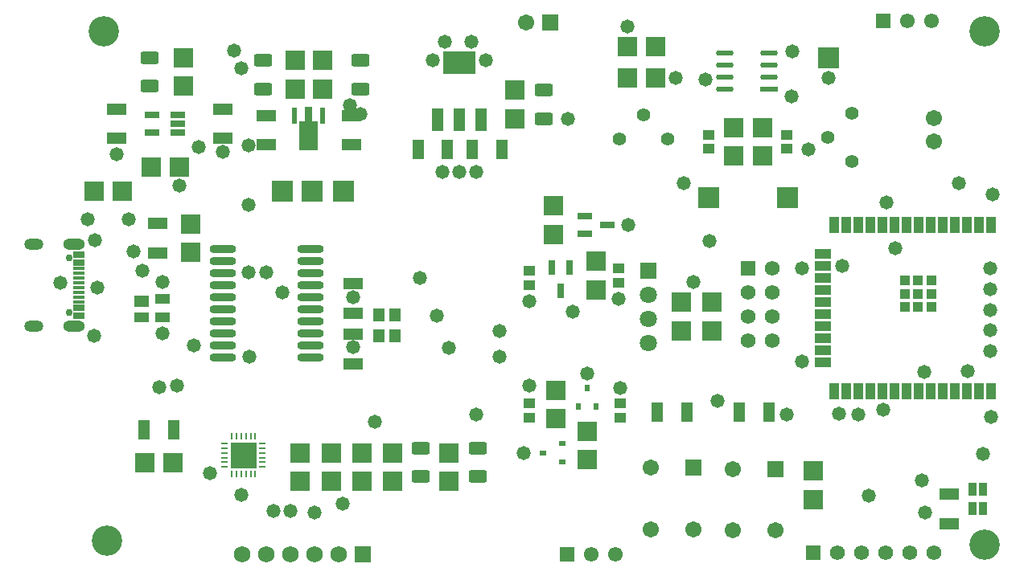
<source format=gts>
G04*
G04 #@! TF.GenerationSoftware,Altium Limited,Altium Designer,23.2.1 (34)*
G04*
G04 Layer_Color=8388736*
%FSLAX44Y44*%
%MOMM*%
G71*
G04*
G04 #@! TF.SameCoordinates,75154B13-1296-4508-9C84-23632F313CF3*
G04*
G04*
G04 #@! TF.FilePolarity,Negative*
G04*
G01*
G75*
%ADD35R,0.7000X0.2500*%
%ADD36R,0.2500X0.7000*%
G04:AMPARAMS|DCode=38|XSize=1.8741mm|YSize=0.5434mm|CornerRadius=0.2717mm|HoleSize=0mm|Usage=FLASHONLY|Rotation=180.000|XOffset=0mm|YOffset=0mm|HoleType=Round|Shape=RoundedRectangle|*
%AMROUNDEDRECTD38*
21,1,1.8741,0.0000,0,0,180.0*
21,1,1.3307,0.5434,0,0,180.0*
1,1,0.5434,-0.6653,0.0000*
1,1,0.5434,0.6653,0.0000*
1,1,0.5434,0.6653,0.0000*
1,1,0.5434,-0.6653,0.0000*
%
%ADD38ROUNDEDRECTD38*%
%ADD39R,1.8741X0.5434*%
%ADD41R,0.8000X0.6000*%
%ADD43R,1.2000X1.4000*%
%ADD44R,0.6000X0.8000*%
%ADD49C,1.7397*%
%ADD50R,0.5800X1.7300*%
%ADD51R,2.0432X2.0032*%
%ADD52R,2.0032X1.2032*%
%ADD53R,0.9032X1.4032*%
%ADD54R,1.2500X0.7000*%
%ADD55R,1.2500X0.4000*%
%ADD56R,1.1032X1.1032*%
%ADD57R,1.1032X1.7032*%
%ADD58R,1.7032X1.1032*%
%ADD59R,1.5240X0.7620*%
%ADD60R,2.0032X2.0432*%
%ADD61R,3.5032X2.4032*%
%ADD62R,1.2032X2.4032*%
G04:AMPARAMS|DCode=63|XSize=1.3032mm|YSize=1.9332mm|CornerRadius=0.2116mm|HoleSize=0mm|Usage=FLASHONLY|Rotation=270.000|XOffset=0mm|YOffset=0mm|HoleType=Round|Shape=RoundedRectangle|*
%AMROUNDEDRECTD63*
21,1,1.3032,1.5100,0,0,270.0*
21,1,0.8800,1.9332,0,0,270.0*
1,1,0.4232,-0.7550,-0.4400*
1,1,0.4232,-0.7550,0.4400*
1,1,0.4232,0.7550,0.4400*
1,1,0.4232,0.7550,-0.4400*
%
%ADD63ROUNDEDRECTD63*%
%ADD64R,1.2032X2.0032*%
%ADD65R,2.7500X2.7500*%
%ADD66R,1.2032X1.0032*%
%ADD67R,2.2032X2.2032*%
%ADD68O,2.8032X0.9032*%
%ADD69R,1.5532X0.8032*%
%ADD70R,0.8032X1.5532*%
%ADD71R,1.6032X1.3032*%
%ADD72R,1.6032X1.1032*%
%ADD73C,1.8032*%
%ADD74R,1.8032X1.8032*%
%ADD75O,2.0032X1.2032*%
%ADD76C,0.7500*%
%ADD77O,2.3032X1.2032*%
%ADD78R,1.7032X1.7032*%
%ADD79C,1.7032*%
%ADD80C,1.7112*%
%ADD81R,1.7112X1.7112*%
%ADD82C,3.2032*%
%ADD83R,1.5700X1.5700*%
%ADD84C,1.5700*%
%ADD85R,1.5500X1.5500*%
%ADD86C,1.5500*%
%ADD87R,1.7532X1.7532*%
%ADD88C,1.7532*%
%ADD89R,1.5700X1.5700*%
%ADD90C,1.4132*%
%ADD91C,1.4732*%
G36*
X889000Y871220D02*
X894865D01*
Y840920D01*
X875535D01*
Y871220D01*
X881400D01*
Y886220D01*
X889000D01*
Y871220D01*
D02*
G37*
D35*
X796860Y506930D02*
D03*
Y511930D02*
D03*
Y516930D02*
D03*
Y521930D02*
D03*
Y526930D02*
D03*
Y531930D02*
D03*
X836360D02*
D03*
Y526930D02*
D03*
Y521930D02*
D03*
Y516930D02*
D03*
Y511930D02*
D03*
Y506930D02*
D03*
D36*
X804110Y539180D02*
D03*
X809110D02*
D03*
X814110D02*
D03*
X819110D02*
D03*
X824110D02*
D03*
X829110D02*
D03*
Y499680D02*
D03*
X824110D02*
D03*
X819110D02*
D03*
X814110D02*
D03*
X809110D02*
D03*
X804110D02*
D03*
D38*
X1323039Y905510D02*
D03*
Y918210D02*
D03*
Y930910D02*
D03*
Y943610D02*
D03*
X1369361D02*
D03*
Y930910D02*
D03*
Y918210D02*
D03*
D39*
Y905510D02*
D03*
D41*
X1131630Y521970D02*
D03*
X1151830Y531470D02*
D03*
Y512470D02*
D03*
D43*
X959240Y645590D02*
D03*
Y667590D02*
D03*
X976240D02*
D03*
Y645590D02*
D03*
D44*
X1178560Y590490D02*
D03*
X1188060Y570290D02*
D03*
X1169060D02*
D03*
D49*
X885200Y859760D02*
D03*
D50*
X870200Y877570D02*
D03*
X900200D02*
D03*
D51*
X1277620Y680598D02*
D03*
Y650598D02*
D03*
X1310007Y650480D02*
D03*
Y680480D02*
D03*
X941349Y521730D02*
D03*
Y491730D02*
D03*
X1032407Y521730D02*
D03*
Y491730D02*
D03*
X973785Y521730D02*
D03*
Y491730D02*
D03*
X909320Y521730D02*
D03*
Y491730D02*
D03*
X876300Y521730D02*
D03*
Y491730D02*
D03*
X1332230Y834630D02*
D03*
Y864630D02*
D03*
X1362710D02*
D03*
Y834630D02*
D03*
X760730Y733030D02*
D03*
Y763030D02*
D03*
X1145540Y557770D02*
D03*
Y587770D02*
D03*
X1178560Y544590D02*
D03*
Y514590D02*
D03*
X1143000Y782080D02*
D03*
Y752080D02*
D03*
X1187450Y693660D02*
D03*
Y723660D02*
D03*
X900200Y905490D02*
D03*
Y935490D02*
D03*
X870990Y905490D02*
D03*
Y935490D02*
D03*
X1102068Y873940D02*
D03*
Y903940D02*
D03*
X753110Y938290D02*
D03*
Y908290D02*
D03*
X1416050Y502680D02*
D03*
Y472680D02*
D03*
D52*
X1559560Y478210D02*
D03*
Y447210D02*
D03*
X930680Y877570D02*
D03*
Y846570D02*
D03*
X726440Y763530D02*
D03*
Y732530D02*
D03*
X932180Y669111D02*
D03*
Y700111D02*
D03*
Y615690D02*
D03*
Y646690D02*
D03*
X795020Y884180D02*
D03*
Y853180D02*
D03*
X683260Y884180D02*
D03*
Y853180D02*
D03*
X840510Y877570D02*
D03*
Y846570D02*
D03*
D53*
X1595120Y463550D02*
D03*
X1583690D02*
D03*
X1595120Y483870D02*
D03*
X1583690D02*
D03*
D54*
X643535Y666500D02*
D03*
Y674500D02*
D03*
Y730500D02*
D03*
Y722500D02*
D03*
D55*
Y681000D02*
D03*
Y686000D02*
D03*
Y716000D02*
D03*
Y711000D02*
D03*
Y706000D02*
D03*
Y691000D02*
D03*
Y696000D02*
D03*
Y701000D02*
D03*
D56*
X1512570Y675640D02*
D03*
Y689640D02*
D03*
Y703640D02*
D03*
X1526570Y675640D02*
D03*
Y689640D02*
D03*
Y703640D02*
D03*
X1540570Y675640D02*
D03*
Y689640D02*
D03*
Y703640D02*
D03*
D57*
X1603770Y587140D02*
D03*
X1591070D02*
D03*
X1578370D02*
D03*
X1565670D02*
D03*
X1552970D02*
D03*
X1540270D02*
D03*
X1527570D02*
D03*
X1514870D02*
D03*
X1502170D02*
D03*
X1489470D02*
D03*
X1476770D02*
D03*
X1464070D02*
D03*
X1451370D02*
D03*
X1438670D02*
D03*
Y762140D02*
D03*
X1451370D02*
D03*
X1464070D02*
D03*
X1476770D02*
D03*
X1489470D02*
D03*
X1502170D02*
D03*
X1514870D02*
D03*
X1527570D02*
D03*
X1540270D02*
D03*
X1552970D02*
D03*
X1565670D02*
D03*
X1578370D02*
D03*
X1591070D02*
D03*
X1603770D02*
D03*
D58*
X1426170Y617490D02*
D03*
Y630190D02*
D03*
Y642890D02*
D03*
Y655590D02*
D03*
Y668290D02*
D03*
Y680990D02*
D03*
Y693690D02*
D03*
Y706390D02*
D03*
Y719090D02*
D03*
Y731790D02*
D03*
D59*
X747776Y859282D02*
D03*
Y868680D02*
D03*
Y878078D02*
D03*
X720344D02*
D03*
Y859282D02*
D03*
D60*
X689370Y797560D02*
D03*
X659370D02*
D03*
X742710Y511810D02*
D03*
X712710D02*
D03*
X1220710Y916676D02*
D03*
X1250710D02*
D03*
Y949960D02*
D03*
X1220710D02*
D03*
X719060Y822960D02*
D03*
X749060D02*
D03*
D61*
X1043648Y932910D02*
D03*
D62*
X1066648Y872910D02*
D03*
X1043648D02*
D03*
X1020648D02*
D03*
D63*
X1062990Y526970D02*
D03*
Y496770D02*
D03*
X1003300Y526970D02*
D03*
Y496770D02*
D03*
X836742Y905283D02*
D03*
Y935483D02*
D03*
X939800Y905490D02*
D03*
Y935690D02*
D03*
X1132548Y873940D02*
D03*
Y904140D02*
D03*
X717550Y938390D02*
D03*
Y908190D02*
D03*
D64*
X712210Y546100D02*
D03*
X743210D02*
D03*
X1282960Y565150D02*
D03*
X1251960D02*
D03*
X1369320D02*
D03*
X1338320D02*
D03*
X1088390Y841950D02*
D03*
X1057390D02*
D03*
X1000244Y841950D02*
D03*
X1031244D02*
D03*
D65*
X816610Y519430D02*
D03*
D66*
X1306516Y842130D02*
D03*
Y857130D02*
D03*
X1388582Y842130D02*
D03*
Y857130D02*
D03*
X1212850Y573920D02*
D03*
Y558920D02*
D03*
X1117600Y573920D02*
D03*
Y558920D02*
D03*
Y698620D02*
D03*
Y713620D02*
D03*
X1211580Y701160D02*
D03*
Y716160D02*
D03*
D67*
X1306516Y791210D02*
D03*
X1432560Y938530D02*
D03*
X1389380Y791210D02*
D03*
X888634Y797926D02*
D03*
X922020Y797926D02*
D03*
X857250D02*
D03*
D68*
X794740Y736600D02*
D03*
Y723900D02*
D03*
Y711200D02*
D03*
Y698500D02*
D03*
Y685800D02*
D03*
Y673100D02*
D03*
Y660400D02*
D03*
Y647700D02*
D03*
Y635000D02*
D03*
Y622300D02*
D03*
X886740Y736600D02*
D03*
Y723900D02*
D03*
Y711200D02*
D03*
Y698500D02*
D03*
Y685800D02*
D03*
Y673100D02*
D03*
Y660400D02*
D03*
Y647700D02*
D03*
Y635000D02*
D03*
Y622300D02*
D03*
D69*
X1199450Y762000D02*
D03*
X1175450Y752500D02*
D03*
Y771500D02*
D03*
D70*
X1150620Y692850D02*
D03*
X1141120Y716850D02*
D03*
X1160120D02*
D03*
D71*
X709090Y681870D02*
D03*
D72*
Y664870D02*
D03*
X731090D02*
D03*
Y683870D02*
D03*
D73*
X1242306Y637540D02*
D03*
Y662940D02*
D03*
Y688340D02*
D03*
D74*
Y713740D02*
D03*
D75*
X595985Y655300D02*
D03*
Y741700D02*
D03*
D76*
X632785Y669600D02*
D03*
Y727400D02*
D03*
D77*
X637785Y741700D02*
D03*
Y655300D02*
D03*
D78*
X1139190Y975360D02*
D03*
D79*
X1113790D02*
D03*
D80*
X1543370Y874830D02*
D03*
Y849830D02*
D03*
X1289960Y441210D02*
D03*
X1244960Y506210D02*
D03*
Y441210D02*
D03*
X1376320Y439940D02*
D03*
X1331320Y504940D02*
D03*
Y439940D02*
D03*
D81*
X1289960Y506210D02*
D03*
X1376320Y504940D02*
D03*
D82*
X1596390Y966470D02*
D03*
Y425450D02*
D03*
X673100Y429260D02*
D03*
X669290Y966470D02*
D03*
D83*
X1416050Y416560D02*
D03*
D84*
X1441450D02*
D03*
X1466850D02*
D03*
X1492250D02*
D03*
X1517650D02*
D03*
X1543050D02*
D03*
X1372900Y640080D02*
D03*
X1347500D02*
D03*
X1372900Y665480D02*
D03*
X1347500D02*
D03*
X1372900Y690880D02*
D03*
X1347500D02*
D03*
X1372900Y716280D02*
D03*
D85*
X1156970Y415290D02*
D03*
X1489710Y977244D02*
D03*
D86*
X1182370Y415290D02*
D03*
X1207770D02*
D03*
X1540510Y977244D02*
D03*
X1515110D02*
D03*
D87*
X942340Y415290D02*
D03*
D88*
X916940D02*
D03*
X891540D02*
D03*
X866140D02*
D03*
X840740D02*
D03*
X815340D02*
D03*
D89*
X1347500Y716280D02*
D03*
D90*
X1263244Y852870D02*
D03*
X1237844Y878270D02*
D03*
X1212444Y852870D02*
D03*
X1456625Y879870D02*
D03*
X1431225Y854470D02*
D03*
X1456625Y829070D02*
D03*
D91*
X1290320Y702310D02*
D03*
X1533781Y458560D02*
D03*
X1603770Y560070D02*
D03*
X1474470Y476440D02*
D03*
X1595120Y520700D02*
D03*
X1464070Y561818D02*
D03*
X1443326Y562989D02*
D03*
X1530350Y492760D02*
D03*
X1489710Y567690D02*
D03*
X928370Y888365D02*
D03*
X939800Y878720D02*
D03*
X932180Y633090D02*
D03*
Y685848D02*
D03*
X806450Y946150D02*
D03*
X727635Y590767D02*
D03*
X822069Y712470D02*
D03*
X891540Y458926D02*
D03*
X921320Y468401D02*
D03*
X955040Y554990D02*
D03*
X857250Y690880D02*
D03*
X840740Y712470D02*
D03*
X821690Y783590D02*
D03*
X1061720Y562610D02*
D03*
X1602740Y650730D02*
D03*
Y716085D02*
D03*
Y628945D02*
D03*
Y672515D02*
D03*
X1605280Y793800D02*
D03*
X1602740Y694300D02*
D03*
X769620Y844550D02*
D03*
X822960Y623570D02*
D03*
X816610Y519430D02*
D03*
X1410970Y842010D02*
D03*
X1394460Y944880D02*
D03*
X1061720Y817880D02*
D03*
X1043940D02*
D03*
X1026160D02*
D03*
X1016000Y935990D02*
D03*
X1071880D02*
D03*
X1056640Y955040D02*
D03*
X1028700D02*
D03*
X821690Y845820D02*
D03*
X683260Y836930D02*
D03*
X749300Y803910D02*
D03*
X795020Y839470D02*
D03*
X814070Y927100D02*
D03*
X746760Y593090D02*
D03*
X866140Y461010D02*
D03*
X848360D02*
D03*
X1315720Y576580D02*
D03*
X814070Y477520D02*
D03*
X781050Y500380D02*
D03*
X659130Y645350D02*
D03*
X660400Y745865D02*
D03*
X1569720Y806450D02*
D03*
X1532890Y607060D02*
D03*
X1280160Y806450D02*
D03*
X695960Y768350D02*
D03*
X652780D02*
D03*
X623570Y701040D02*
D03*
X1404620Y716280D02*
D03*
X1493520Y786130D02*
D03*
X1502410Y737870D02*
D03*
X1306830Y745490D02*
D03*
X1221740Y762000D02*
D03*
X1303020Y915670D02*
D03*
X1220470Y971550D02*
D03*
X1388110Y562610D02*
D03*
X1211580Y684530D02*
D03*
X1178560Y605790D02*
D03*
X1032510Y632460D02*
D03*
X1085850Y623570D02*
D03*
X1446530Y718820D02*
D03*
X1002030Y706120D02*
D03*
X764540Y635000D02*
D03*
X709930Y713740D02*
D03*
X731520Y702310D02*
D03*
Y647700D02*
D03*
X701040Y734060D02*
D03*
X662940Y695960D02*
D03*
X1085850Y650240D02*
D03*
X1019810Y666750D02*
D03*
X1212850Y590550D02*
D03*
X1163320Y670560D02*
D03*
X1111250Y521970D02*
D03*
X1404620Y618490D02*
D03*
X1578610Y608330D02*
D03*
X1158240Y873760D02*
D03*
X1271270Y916940D02*
D03*
X1393190Y897890D02*
D03*
X1432560Y916940D02*
D03*
X1117600Y681990D02*
D03*
Y593090D02*
D03*
M02*

</source>
